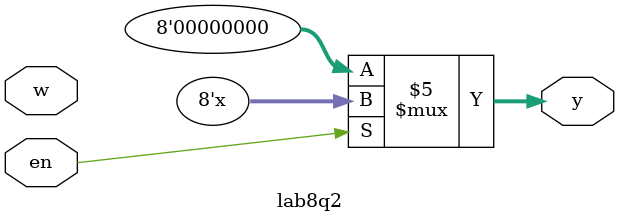
<source format=v>
module lab8q2(w,y,en);
input [2:0] w;
input en;
output [7:0] y; 
reg [7:0] y;


reg k;


always @ (w or en)
begin
	if(en==0)
		y=0;
	else
		begin
			for(k=7;k>-1;k=k-1)
				begin
					y[k]=0;
					if(k==w)
					y[k]=1;
				end
		end
end

endmodule


</source>
